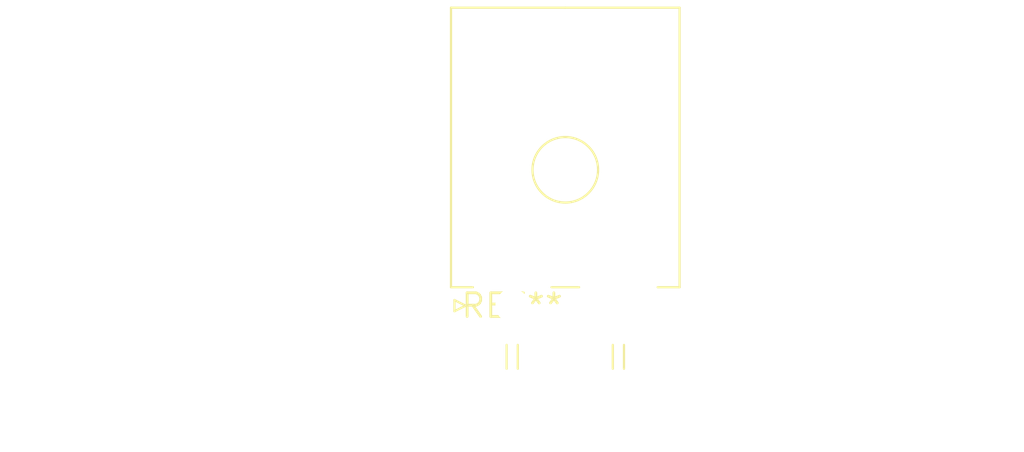
<source format=kicad_pcb>
(kicad_pcb (version 20240108) (generator pcbnew)
  (layers (0 "F.Cu" signal) (31 "B.Cu" signal) (34 "B.Paste" user) (35 "F.Paste" user) (36 "B.SilkS" user "B.Silkscreen") (37 "F.SilkS" user "F.Silkscreen") (38 "B.Mask" user) (39 "F.Mask" user) (44 "Edge.Cuts" user))
  (net 0 "")
  (footprint "Molex_Mega-Fit_76825-0004_2x02_P5.70mm_Horizontal" (layer "F.Cu") (at 0 0)
    (property "Reference" "REF**")
    (property "Value" "Molex_Mega-Fit_76825-0004_2x02_P5.70mm_Horizontal")
    (fp_line (start -3.285 -16.01) (end -3.285 -0.99) (layer "F.SilkS") (stroke (width 0.12)))
    (fp_line (start -3.285 -0.99) (end -2.11 -0.99) (layer "F.SilkS") (stroke (width 0.12)))
    (fp_line (start -3.1 -0.3) (end -2.5 0) (layer "F.SilkS") (stroke (width 0.12)))
    (fp_line (start -3.1 0.3) (end -3.1 -0.3) (layer "F.SilkS") (stroke (width 0.12)))
    (fp_line (start -2.5 0) (end -3.1 0.3) (layer "F.SilkS") (stroke (width 0.12)))
    (fp_line (start -0.3 2.11) (end -0.3 3.39) (layer "F.SilkS") (stroke (width 0.12)))
    (fp_line (start 0.3 2.11) (end 0.3 3.39) (layer "F.SilkS") (stroke (width 0.12)))
    (fp_line (start 2.11 -0.99) (end 3.59 -0.99) (layer "F.SilkS") (stroke (width 0.12)))
    (fp_line (start 2.85 -16.01) (end -3.285 -16.01) (layer "F.SilkS") (stroke (width 0.12)))
    (fp_line (start 2.85 -16.01) (end 8.985 -16.01) (layer "F.SilkS") (stroke (width 0.12)))
    (fp_line (start 5.4 2.11) (end 5.4 3.39) (layer "F.SilkS") (stroke (width 0.12)))
    (fp_line (start 6 2.11) (end 6 3.39) (layer "F.SilkS") (stroke (width 0.12)))
    (fp_line (start 8.985 -16.01) (end 8.985 -0.99) (layer "F.SilkS") (stroke (width 0.12)))
    (fp_line (start 8.985 -0.99) (end 7.81 -0.99) (layer "F.SilkS") (stroke (width 0.12)))
    (fp_circle (center 2.85 -7.3) (end 4.61 -7.3) (layer "F.SilkS") (stroke (width 0.12)) (fill none))
    (pad "" np_thru_hole circle (at 2.85 -7.3) (size 3 3) (drill 3) (layers *.Cu *.Mask))
    (pad "1" thru_hole roundrect (at 0 0) (size 3.7 3.7) (drill 1.8) (layers *.Cu *.Mask) (remove_unused_layers) (roundrect_rratio 0.067568))
    (pad "2" thru_hole circle (at 5.7 0) (size 3.7 3.7) (drill 1.8) (layers *.Cu *.Mask) (remove_unused_layers))
    (pad "3" thru_hole circle (at 0 5.5) (size 3.7 3.7) (drill 1.8) (layers *.Cu *.Mask) (remove_unused_layers))
    (pad "4" thru_hole circle (at 5.7 5.5) (size 3.7 3.7) (drill 1.8) (layers *.Cu *.Mask) (remove_unused_layers))
  )
)
</source>
